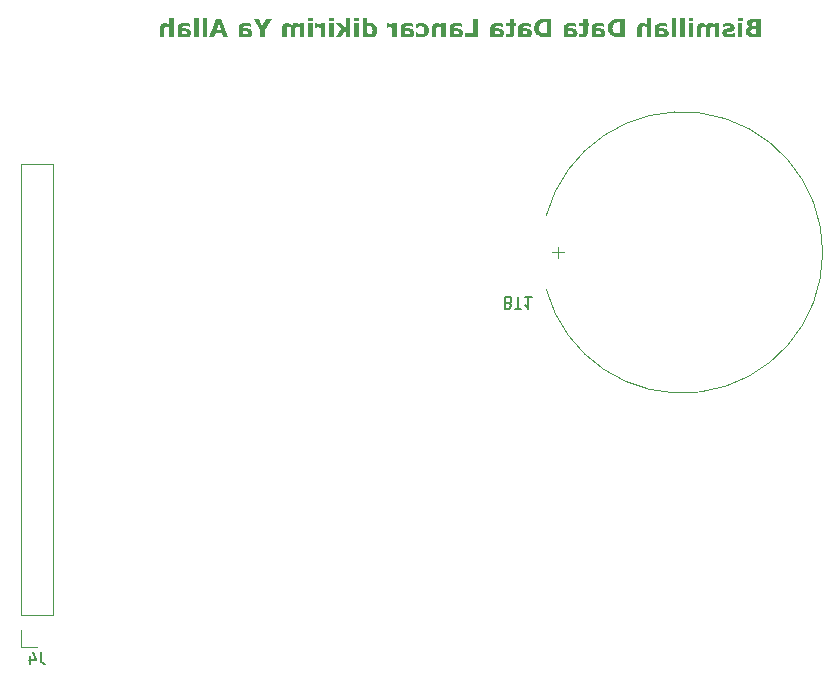
<source format=gbr>
%TF.GenerationSoftware,KiCad,Pcbnew,9.0.2*%
%TF.CreationDate,2025-06-04T00:32:51+07:00*%
%TF.ProjectId,Telemetry V.3 BM13 EVO Hy,54656c65-6d65-4747-9279-20562e332042,rev?*%
%TF.SameCoordinates,Original*%
%TF.FileFunction,Legend,Bot*%
%TF.FilePolarity,Positive*%
%FSLAX46Y46*%
G04 Gerber Fmt 4.6, Leading zero omitted, Abs format (unit mm)*
G04 Created by KiCad (PCBNEW 9.0.2) date 2025-06-04 00:32:51*
%MOMM*%
%LPD*%
G01*
G04 APERTURE LIST*
%ADD10C,0.300000*%
%ADD11C,0.150000*%
%ADD12C,0.120000*%
G04 APERTURE END LIST*
D10*
G36*
X118305277Y-49745000D02*
G01*
X117639227Y-49745000D01*
X117480607Y-49737088D01*
X117365186Y-49716423D01*
X117261599Y-49678173D01*
X117166892Y-49620436D01*
X117097370Y-49555963D01*
X117044434Y-49476546D01*
X117020010Y-49417194D01*
X117005006Y-49351898D01*
X116999829Y-49279534D01*
X117000268Y-49275412D01*
X117407684Y-49275412D01*
X117413647Y-49328451D01*
X117430765Y-49373506D01*
X117461645Y-49410427D01*
X117515304Y-49441741D01*
X117577862Y-49461152D01*
X117647470Y-49468486D01*
X117885240Y-49469494D01*
X117913908Y-49469494D01*
X117913908Y-49088475D01*
X117827813Y-49088475D01*
X117658736Y-49089482D01*
X117582177Y-49094089D01*
X117531699Y-49103862D01*
X117471586Y-49129842D01*
X117435894Y-49162938D01*
X117415510Y-49207862D01*
X117407684Y-49275412D01*
X117000268Y-49275412D01*
X117010272Y-49181572D01*
X117039755Y-49101176D01*
X117087482Y-49034528D01*
X117150855Y-48980863D01*
X117228949Y-48939888D01*
X117324703Y-48911979D01*
X117324703Y-48903736D01*
X117257561Y-48867128D01*
X117203106Y-48823236D01*
X117159747Y-48771844D01*
X117127521Y-48713021D01*
X117108722Y-48650669D01*
X117504038Y-48650669D01*
X117508332Y-48698735D01*
X117520433Y-48738780D01*
X117544494Y-48771852D01*
X117590134Y-48800696D01*
X117631905Y-48814165D01*
X117693632Y-48821578D01*
X117852451Y-48824692D01*
X117913908Y-48824692D01*
X117913908Y-48496430D01*
X117876997Y-48496430D01*
X117697204Y-48497987D01*
X117636134Y-48503721D01*
X117590134Y-48516214D01*
X117548463Y-48540624D01*
X117522998Y-48573550D01*
X117508652Y-48612625D01*
X117504038Y-48650669D01*
X117108722Y-48650669D01*
X117108012Y-48648314D01*
X117101312Y-48576206D01*
X117112249Y-48484823D01*
X117143902Y-48406304D01*
X117176477Y-48360823D01*
X117219164Y-48321389D01*
X117273412Y-48287694D01*
X117358733Y-48252747D01*
X117443039Y-48233289D01*
X117541025Y-48224614D01*
X117713049Y-48220924D01*
X118305277Y-48220924D01*
X118305277Y-49745000D01*
G37*
G36*
X116358142Y-49745000D02*
G01*
X116726980Y-49745000D01*
X116726980Y-48596081D01*
X116358142Y-48596081D01*
X116358142Y-49745000D01*
G37*
G36*
X116347884Y-48431950D02*
G01*
X116737238Y-48431950D01*
X116737238Y-48150582D01*
X116347884Y-48150582D01*
X116347884Y-48431950D01*
G37*
G36*
X115010288Y-49382024D02*
G01*
X115020262Y-49467115D01*
X115049391Y-49542107D01*
X115098334Y-49609496D01*
X115170115Y-49670628D01*
X115251350Y-49715887D01*
X115349193Y-49750150D01*
X115466747Y-49772241D01*
X115607645Y-49780170D01*
X115757424Y-49772712D01*
X115886357Y-49751686D01*
X116004685Y-49719889D01*
X116087216Y-49688579D01*
X116087216Y-49387428D01*
X116053419Y-49387428D01*
X115989397Y-49427453D01*
X115886357Y-49474165D01*
X115756297Y-49512267D01*
X115681984Y-49524044D01*
X115600501Y-49528112D01*
X115499217Y-49521368D01*
X115439667Y-49505214D01*
X115409255Y-49486315D01*
X115392809Y-49464142D01*
X115387369Y-49437528D01*
X115395393Y-49400473D01*
X115418143Y-49376345D01*
X115456222Y-49359766D01*
X115534922Y-49339801D01*
X115646113Y-49319742D01*
X115773700Y-49293456D01*
X115874545Y-49258588D01*
X115950470Y-49215610D01*
X116006250Y-49165411D01*
X116047877Y-49103677D01*
X116073243Y-49032347D01*
X116082087Y-48948798D01*
X116072524Y-48870001D01*
X116044267Y-48798806D01*
X115996166Y-48733044D01*
X115924825Y-48671552D01*
X115844703Y-48625734D01*
X115748456Y-48591146D01*
X115633068Y-48568889D01*
X115494988Y-48560910D01*
X115367596Y-48567583D01*
X115247509Y-48587197D01*
X115136124Y-48616215D01*
X115062587Y-48643342D01*
X115062587Y-48936067D01*
X115094369Y-48936067D01*
X115180783Y-48887196D01*
X115281398Y-48847224D01*
X115387353Y-48821480D01*
X115493981Y-48812969D01*
X115579103Y-48819291D01*
X115644098Y-48836325D01*
X115680456Y-48855981D01*
X115699103Y-48877746D01*
X115705006Y-48902545D01*
X115697797Y-48939451D01*
X115677346Y-48965285D01*
X115639695Y-48983884D01*
X115547195Y-49008516D01*
X115425837Y-49030681D01*
X115295136Y-49057883D01*
X115201611Y-49090334D01*
X115131394Y-49130570D01*
X115079989Y-49177776D01*
X115041812Y-49235707D01*
X115018454Y-49302960D01*
X115010288Y-49382024D01*
G37*
G36*
X113639628Y-48928557D02*
G01*
X113639628Y-49745000D01*
X114010572Y-49745000D01*
X114010572Y-49169624D01*
X114014693Y-49026559D01*
X114022928Y-48970836D01*
X114037225Y-48930663D01*
X114060409Y-48898733D01*
X114093095Y-48876808D01*
X114134583Y-48864682D01*
X114198150Y-48859863D01*
X114251517Y-48865347D01*
X114303663Y-48881937D01*
X114395895Y-48928557D01*
X114395895Y-49745000D01*
X114764733Y-49745000D01*
X114764733Y-48596081D01*
X114395895Y-48596081D01*
X114395895Y-48719912D01*
X114299902Y-48651481D01*
X114213446Y-48602950D01*
X114122769Y-48571646D01*
X114020830Y-48560910D01*
X113946381Y-48566815D01*
X113879889Y-48583897D01*
X113819971Y-48611743D01*
X113766693Y-48650367D01*
X113721421Y-48699670D01*
X113683683Y-48761037D01*
X113571624Y-48675637D01*
X113468536Y-48614308D01*
X113397396Y-48583985D01*
X113329377Y-48566565D01*
X113263555Y-48560910D01*
X113171221Y-48568727D01*
X113095166Y-48590611D01*
X113032265Y-48625242D01*
X112980264Y-48672743D01*
X112940134Y-48730702D01*
X112909948Y-48801807D01*
X112890475Y-48888778D01*
X112883452Y-48994960D01*
X112883452Y-49745000D01*
X113254396Y-49745000D01*
X113254396Y-49169624D01*
X113257968Y-49026010D01*
X113265785Y-48970785D01*
X113280041Y-48930663D01*
X113302511Y-48898804D01*
X113335362Y-48876808D01*
X113377434Y-48864683D01*
X113441883Y-48859863D01*
X113487358Y-48863832D01*
X113532008Y-48875800D01*
X113639628Y-48928557D01*
G37*
G36*
X112174262Y-49745000D02*
G01*
X112543100Y-49745000D01*
X112543100Y-48596081D01*
X112174262Y-48596081D01*
X112174262Y-49745000D01*
G37*
G36*
X112164004Y-48431950D02*
G01*
X112553358Y-48431950D01*
X112553358Y-48150582D01*
X112164004Y-48150582D01*
X112164004Y-48431950D01*
G37*
G36*
X111457654Y-49745000D02*
G01*
X111826491Y-49745000D01*
X111826491Y-48150582D01*
X111457654Y-48150582D01*
X111457654Y-49745000D01*
G37*
G36*
X110741045Y-49745000D02*
G01*
X111109883Y-49745000D01*
X111109883Y-48150582D01*
X110741045Y-48150582D01*
X110741045Y-49745000D01*
G37*
G36*
X110056878Y-48566142D02*
G01*
X110188843Y-48581885D01*
X110378894Y-48618155D01*
X110378894Y-48895034D01*
X110345097Y-48895034D01*
X110196536Y-48845300D01*
X110093983Y-48820703D01*
X110001814Y-48812969D01*
X109900318Y-48817928D01*
X109825748Y-48830938D01*
X109772287Y-48849697D01*
X109729313Y-48880485D01*
X109703672Y-48923395D01*
X109694434Y-48982595D01*
X109694434Y-48988824D01*
X109855884Y-49000784D01*
X110009050Y-49017675D01*
X110153536Y-49045309D01*
X110263123Y-49083620D01*
X110328443Y-49119328D01*
X110381215Y-49161536D01*
X110423041Y-49210382D01*
X110453319Y-49266534D01*
X110472504Y-49334621D01*
X110479370Y-49417470D01*
X110472162Y-49494763D01*
X110451329Y-49562847D01*
X110417157Y-49623551D01*
X110368728Y-49678138D01*
X110310550Y-49722484D01*
X110246263Y-49754100D01*
X110174663Y-49773470D01*
X110094138Y-49780170D01*
X110026039Y-49776673D01*
X109966093Y-49766707D01*
X109908700Y-49750201D01*
X109853345Y-49727597D01*
X109770363Y-49677405D01*
X109696541Y-49623092D01*
X109696541Y-49745000D01*
X109330726Y-49745000D01*
X109330726Y-49445955D01*
X109696541Y-49445955D01*
X109742588Y-49479089D01*
X109796467Y-49505580D01*
X109853569Y-49522615D01*
X109908574Y-49528112D01*
X109973657Y-49525220D01*
X110011065Y-49518403D01*
X110041858Y-49505753D01*
X110067393Y-49488087D01*
X110088023Y-49466167D01*
X110098168Y-49444947D01*
X110104304Y-49386420D01*
X110096609Y-49336127D01*
X110075087Y-49298676D01*
X110040783Y-49270127D01*
X109990548Y-49247843D01*
X109940060Y-49235339D01*
X109858474Y-49222656D01*
X109696541Y-49205711D01*
X109696541Y-49445955D01*
X109330726Y-49445955D01*
X109330726Y-48961713D01*
X109340449Y-48860174D01*
X109367578Y-48778167D01*
X109410679Y-48711601D01*
X109470586Y-48657814D01*
X109540878Y-48619739D01*
X109635711Y-48589287D01*
X109761329Y-48568631D01*
X109924969Y-48560910D01*
X110056878Y-48566142D01*
G37*
G36*
X107835044Y-49745000D02*
G01*
X108205896Y-49745000D01*
X108205896Y-49173746D01*
X108213132Y-49034711D01*
X108223878Y-48970406D01*
X108237678Y-48932678D01*
X108262932Y-48899891D01*
X108297670Y-48877357D01*
X108341298Y-48864831D01*
X108407763Y-48859863D01*
X108457938Y-48863886D01*
X108509795Y-48876258D01*
X108561809Y-48896644D01*
X108621994Y-48928557D01*
X108621994Y-49745000D01*
X108990832Y-49745000D01*
X108990832Y-48150582D01*
X108621994Y-48150582D01*
X108621994Y-48719912D01*
X108522747Y-48650210D01*
X108432950Y-48601943D01*
X108338594Y-48571437D01*
X108231633Y-48560910D01*
X108139198Y-48568427D01*
X108061467Y-48589631D01*
X107995764Y-48623373D01*
X107940099Y-48669720D01*
X107896570Y-48726696D01*
X107863864Y-48797720D01*
X107842709Y-48885852D01*
X107835044Y-48994960D01*
X107835044Y-49745000D01*
G37*
G36*
X106758941Y-49745000D02*
G01*
X106221026Y-49745000D01*
X106044826Y-49737831D01*
X105905495Y-49718438D01*
X105777035Y-49681319D01*
X105660580Y-49624191D01*
X105568661Y-49556729D01*
X105486854Y-49471322D01*
X105414658Y-49365812D01*
X105361104Y-49250091D01*
X105328493Y-49123775D01*
X105317297Y-48984519D01*
X105317486Y-48981954D01*
X105724053Y-48981954D01*
X105730200Y-49081549D01*
X105747393Y-49165078D01*
X105774245Y-49235112D01*
X105813608Y-49298184D01*
X105865694Y-49352479D01*
X105932056Y-49398694D01*
X105995765Y-49427255D01*
X106060101Y-49445039D01*
X106135049Y-49453973D01*
X106266089Y-49457770D01*
X106365465Y-49457770D01*
X106365465Y-48508154D01*
X106266089Y-48508154D01*
X106147087Y-48511308D01*
X106076038Y-48518870D01*
X106014044Y-48534157D01*
X105952573Y-48559078D01*
X105879048Y-48605429D01*
X105821834Y-48660774D01*
X105778916Y-48725774D01*
X105749312Y-48798678D01*
X105730646Y-48883338D01*
X105724053Y-48981954D01*
X105317486Y-48981954D01*
X105327998Y-48839437D01*
X105358644Y-48712309D01*
X105407972Y-48600203D01*
X105476192Y-48498395D01*
X105558648Y-48412313D01*
X105656459Y-48340634D01*
X105755849Y-48291304D01*
X105883971Y-48252157D01*
X106025707Y-48229355D01*
X106205639Y-48220924D01*
X106758941Y-48220924D01*
X106758941Y-49745000D01*
G37*
G36*
X104700633Y-48566142D02*
G01*
X104832597Y-48581885D01*
X105022649Y-48618155D01*
X105022649Y-48895034D01*
X104988852Y-48895034D01*
X104840291Y-48845300D01*
X104737737Y-48820703D01*
X104645568Y-48812969D01*
X104544072Y-48817928D01*
X104469502Y-48830938D01*
X104416041Y-48849697D01*
X104373068Y-48880485D01*
X104347426Y-48923395D01*
X104338189Y-48982595D01*
X104338189Y-48988824D01*
X104499638Y-49000784D01*
X104652804Y-49017675D01*
X104797290Y-49045309D01*
X104906878Y-49083620D01*
X104972197Y-49119328D01*
X105024969Y-49161536D01*
X105066796Y-49210382D01*
X105097073Y-49266534D01*
X105116259Y-49334621D01*
X105123124Y-49417470D01*
X105115916Y-49494763D01*
X105095083Y-49562847D01*
X105060912Y-49623551D01*
X105012482Y-49678138D01*
X104954304Y-49722484D01*
X104890018Y-49754100D01*
X104818418Y-49773470D01*
X104737892Y-49780170D01*
X104669794Y-49776673D01*
X104609848Y-49766707D01*
X104552454Y-49750201D01*
X104497099Y-49727597D01*
X104414118Y-49677405D01*
X104340295Y-49623092D01*
X104340295Y-49745000D01*
X103974480Y-49745000D01*
X103974480Y-49445955D01*
X104340295Y-49445955D01*
X104386342Y-49479089D01*
X104440221Y-49505580D01*
X104497323Y-49522615D01*
X104552329Y-49528112D01*
X104617412Y-49525220D01*
X104654819Y-49518403D01*
X104685612Y-49505753D01*
X104711147Y-49488087D01*
X104731777Y-49466167D01*
X104741922Y-49444947D01*
X104748059Y-49386420D01*
X104740363Y-49336127D01*
X104718841Y-49298676D01*
X104684537Y-49270127D01*
X104634303Y-49247843D01*
X104583814Y-49235339D01*
X104502228Y-49222656D01*
X104340295Y-49205711D01*
X104340295Y-49445955D01*
X103974480Y-49445955D01*
X103974480Y-48961713D01*
X103984204Y-48860174D01*
X104011332Y-48778167D01*
X104054434Y-48711601D01*
X104114340Y-48657814D01*
X104184633Y-48619739D01*
X104279465Y-48589287D01*
X104405084Y-48568631D01*
X104568723Y-48560910D01*
X104700633Y-48566142D01*
G37*
G36*
X102898835Y-49735474D02*
G01*
X103024864Y-49759654D01*
X103187805Y-49768447D01*
X103297666Y-49761899D01*
X103385041Y-49744026D01*
X103454020Y-49716883D01*
X103508007Y-49681618D01*
X103550995Y-49634827D01*
X103583619Y-49572533D01*
X103605115Y-49490790D01*
X103613062Y-49384405D01*
X103613062Y-48848140D01*
X103764737Y-48848140D01*
X103764737Y-48596081D01*
X103613062Y-48596081D01*
X103613062Y-48267819D01*
X103244225Y-48267819D01*
X103244225Y-48596081D01*
X102898835Y-48596081D01*
X102898835Y-48848140D01*
X103244225Y-48848140D01*
X103244225Y-49253613D01*
X103243217Y-49358485D01*
X103238470Y-49401712D01*
X103226823Y-49438994D01*
X103207227Y-49470623D01*
X103176081Y-49495505D01*
X103134930Y-49510438D01*
X103070019Y-49516388D01*
X102994639Y-49504023D01*
X102929610Y-49481217D01*
X102898835Y-49481217D01*
X102898835Y-49735474D01*
G37*
G36*
X102342712Y-48566142D02*
G01*
X102474677Y-48581885D01*
X102664728Y-48618155D01*
X102664728Y-48895034D01*
X102630931Y-48895034D01*
X102482370Y-48845300D01*
X102379817Y-48820703D01*
X102287648Y-48812969D01*
X102186152Y-48817928D01*
X102111581Y-48830938D01*
X102058121Y-48849697D01*
X102015147Y-48880485D01*
X101989506Y-48923395D01*
X101980268Y-48982595D01*
X101980268Y-48988824D01*
X102141718Y-49000784D01*
X102294883Y-49017675D01*
X102439370Y-49045309D01*
X102548957Y-49083620D01*
X102614277Y-49119328D01*
X102667049Y-49161536D01*
X102708875Y-49210382D01*
X102739152Y-49266534D01*
X102758338Y-49334621D01*
X102765204Y-49417470D01*
X102757996Y-49494763D01*
X102737163Y-49562847D01*
X102702991Y-49623551D01*
X102654562Y-49678138D01*
X102596384Y-49722484D01*
X102532097Y-49754100D01*
X102460497Y-49773470D01*
X102379972Y-49780170D01*
X102311873Y-49776673D01*
X102251927Y-49766707D01*
X102194534Y-49750201D01*
X102139179Y-49727597D01*
X102056197Y-49677405D01*
X101982375Y-49623092D01*
X101982375Y-49745000D01*
X101616560Y-49745000D01*
X101616560Y-49445955D01*
X101982375Y-49445955D01*
X102028422Y-49479089D01*
X102082301Y-49505580D01*
X102139403Y-49522615D01*
X102194408Y-49528112D01*
X102259491Y-49525220D01*
X102296898Y-49518403D01*
X102327692Y-49505753D01*
X102353227Y-49488087D01*
X102373857Y-49466167D01*
X102384002Y-49444947D01*
X102390138Y-49386420D01*
X102382443Y-49336127D01*
X102360921Y-49298676D01*
X102326617Y-49270127D01*
X102276382Y-49247843D01*
X102225894Y-49235339D01*
X102144308Y-49222656D01*
X101982375Y-49205711D01*
X101982375Y-49445955D01*
X101616560Y-49445955D01*
X101616560Y-48961713D01*
X101626283Y-48860174D01*
X101653412Y-48778167D01*
X101696513Y-48711601D01*
X101756420Y-48657814D01*
X101826712Y-48619739D01*
X101921544Y-48589287D01*
X102047163Y-48568631D01*
X102210803Y-48560910D01*
X102342712Y-48566142D01*
G37*
G36*
X100539541Y-49745000D02*
G01*
X100001626Y-49745000D01*
X99825426Y-49737831D01*
X99686095Y-49718438D01*
X99557635Y-49681319D01*
X99441181Y-49624191D01*
X99349262Y-49556729D01*
X99267455Y-49471322D01*
X99195259Y-49365812D01*
X99141704Y-49250091D01*
X99109093Y-49123775D01*
X99097897Y-48984519D01*
X99098086Y-48981954D01*
X99504653Y-48981954D01*
X99510800Y-49081549D01*
X99527993Y-49165078D01*
X99554845Y-49235112D01*
X99594208Y-49298184D01*
X99646294Y-49352479D01*
X99712657Y-49398694D01*
X99776365Y-49427255D01*
X99840701Y-49445039D01*
X99915649Y-49453973D01*
X100046689Y-49457770D01*
X100146065Y-49457770D01*
X100146065Y-48508154D01*
X100046689Y-48508154D01*
X99927687Y-48511308D01*
X99856638Y-48518870D01*
X99794644Y-48534157D01*
X99733173Y-48559078D01*
X99659648Y-48605429D01*
X99602434Y-48660774D01*
X99559516Y-48725774D01*
X99529913Y-48798678D01*
X99511246Y-48883338D01*
X99504653Y-48981954D01*
X99098086Y-48981954D01*
X99108599Y-48839437D01*
X99139244Y-48712309D01*
X99188572Y-48600203D01*
X99256792Y-48498395D01*
X99339249Y-48412313D01*
X99437059Y-48340634D01*
X99536450Y-48291304D01*
X99664571Y-48252157D01*
X99806307Y-48229355D01*
X99986239Y-48220924D01*
X100539541Y-48220924D01*
X100539541Y-49745000D01*
G37*
G36*
X98481233Y-48566142D02*
G01*
X98613197Y-48581885D01*
X98803249Y-48618155D01*
X98803249Y-48895034D01*
X98769452Y-48895034D01*
X98620891Y-48845300D01*
X98518338Y-48820703D01*
X98426168Y-48812969D01*
X98324672Y-48817928D01*
X98250102Y-48830938D01*
X98196641Y-48849697D01*
X98153668Y-48880485D01*
X98128026Y-48923395D01*
X98118789Y-48982595D01*
X98118789Y-48988824D01*
X98280239Y-49000784D01*
X98433404Y-49017675D01*
X98577891Y-49045309D01*
X98687478Y-49083620D01*
X98752797Y-49119328D01*
X98805569Y-49161536D01*
X98847396Y-49210382D01*
X98877673Y-49266534D01*
X98896859Y-49334621D01*
X98903724Y-49417470D01*
X98896516Y-49494763D01*
X98875684Y-49562847D01*
X98841512Y-49623551D01*
X98793082Y-49678138D01*
X98734904Y-49722484D01*
X98670618Y-49754100D01*
X98599018Y-49773470D01*
X98518492Y-49780170D01*
X98450394Y-49776673D01*
X98390448Y-49766707D01*
X98333054Y-49750201D01*
X98277699Y-49727597D01*
X98194718Y-49677405D01*
X98120895Y-49623092D01*
X98120895Y-49745000D01*
X97755081Y-49745000D01*
X97755081Y-49445955D01*
X98120895Y-49445955D01*
X98166943Y-49479089D01*
X98220821Y-49505580D01*
X98277923Y-49522615D01*
X98332929Y-49528112D01*
X98398012Y-49525220D01*
X98435419Y-49518403D01*
X98466212Y-49505753D01*
X98491748Y-49488087D01*
X98512377Y-49466167D01*
X98522522Y-49444947D01*
X98528659Y-49386420D01*
X98520963Y-49336127D01*
X98499441Y-49298676D01*
X98465137Y-49270127D01*
X98414903Y-49247843D01*
X98364414Y-49235339D01*
X98282828Y-49222656D01*
X98120895Y-49205711D01*
X98120895Y-49445955D01*
X97755081Y-49445955D01*
X97755081Y-48961713D01*
X97764804Y-48860174D01*
X97791932Y-48778167D01*
X97835034Y-48711601D01*
X97894940Y-48657814D01*
X97965233Y-48619739D01*
X98060065Y-48589287D01*
X98185684Y-48568631D01*
X98349323Y-48560910D01*
X98481233Y-48566142D01*
G37*
G36*
X96679435Y-49735474D02*
G01*
X96805464Y-49759654D01*
X96968405Y-49768447D01*
X97078266Y-49761899D01*
X97165641Y-49744026D01*
X97234620Y-49716883D01*
X97288607Y-49681618D01*
X97331595Y-49634827D01*
X97364219Y-49572533D01*
X97385715Y-49490790D01*
X97393662Y-49384405D01*
X97393662Y-48848140D01*
X97545337Y-48848140D01*
X97545337Y-48596081D01*
X97393662Y-48596081D01*
X97393662Y-48267819D01*
X97024825Y-48267819D01*
X97024825Y-48596081D01*
X96679435Y-48596081D01*
X96679435Y-48848140D01*
X97024825Y-48848140D01*
X97024825Y-49253613D01*
X97023818Y-49358485D01*
X97019070Y-49401712D01*
X97007423Y-49438994D01*
X96987827Y-49470623D01*
X96956681Y-49495505D01*
X96915530Y-49510438D01*
X96850619Y-49516388D01*
X96775239Y-49504023D01*
X96710210Y-49481217D01*
X96679435Y-49481217D01*
X96679435Y-49735474D01*
G37*
G36*
X96123312Y-48566142D02*
G01*
X96255277Y-48581885D01*
X96445328Y-48618155D01*
X96445328Y-48895034D01*
X96411531Y-48895034D01*
X96262971Y-48845300D01*
X96160417Y-48820703D01*
X96068248Y-48812969D01*
X95966752Y-48817928D01*
X95892182Y-48830938D01*
X95838721Y-48849697D01*
X95795747Y-48880485D01*
X95770106Y-48923395D01*
X95760868Y-48982595D01*
X95760868Y-48988824D01*
X95922318Y-49000784D01*
X96075484Y-49017675D01*
X96219970Y-49045309D01*
X96329557Y-49083620D01*
X96394877Y-49119328D01*
X96447649Y-49161536D01*
X96489475Y-49210382D01*
X96519753Y-49266534D01*
X96538938Y-49334621D01*
X96545804Y-49417470D01*
X96538596Y-49494763D01*
X96517763Y-49562847D01*
X96483591Y-49623551D01*
X96435162Y-49678138D01*
X96376984Y-49722484D01*
X96312697Y-49754100D01*
X96241097Y-49773470D01*
X96160572Y-49780170D01*
X96092473Y-49776673D01*
X96032527Y-49766707D01*
X95975134Y-49750201D01*
X95919779Y-49727597D01*
X95836797Y-49677405D01*
X95762975Y-49623092D01*
X95762975Y-49745000D01*
X95397160Y-49745000D01*
X95397160Y-49445955D01*
X95762975Y-49445955D01*
X95809022Y-49479089D01*
X95862901Y-49505580D01*
X95920003Y-49522615D01*
X95975008Y-49528112D01*
X96040091Y-49525220D01*
X96077499Y-49518403D01*
X96108292Y-49505753D01*
X96133827Y-49488087D01*
X96154457Y-49466167D01*
X96164602Y-49444947D01*
X96170738Y-49386420D01*
X96163043Y-49336127D01*
X96141521Y-49298676D01*
X96107217Y-49270127D01*
X96056982Y-49247843D01*
X96006494Y-49235339D01*
X95924908Y-49222656D01*
X95762975Y-49205711D01*
X95762975Y-49445955D01*
X95397160Y-49445955D01*
X95397160Y-48961713D01*
X95406883Y-48860174D01*
X95434012Y-48778167D01*
X95477114Y-48711601D01*
X95537020Y-48657814D01*
X95607312Y-48619739D01*
X95702145Y-48589287D01*
X95827763Y-48568631D01*
X95991403Y-48560910D01*
X96123312Y-48566142D01*
G37*
G36*
X93219674Y-49745000D02*
G01*
X94320141Y-49745000D01*
X94320141Y-48220924D01*
X93926666Y-48220924D01*
X93926666Y-49451908D01*
X93219674Y-49451908D01*
X93219674Y-49745000D01*
G37*
G36*
X92666299Y-48566142D02*
G01*
X92798264Y-48581885D01*
X92988315Y-48618155D01*
X92988315Y-48895034D01*
X92954518Y-48895034D01*
X92805957Y-48845300D01*
X92703404Y-48820703D01*
X92611235Y-48812969D01*
X92509739Y-48817928D01*
X92435168Y-48830938D01*
X92381707Y-48849697D01*
X92338734Y-48880485D01*
X92313092Y-48923395D01*
X92303855Y-48982595D01*
X92303855Y-48988824D01*
X92465305Y-49000784D01*
X92618470Y-49017675D01*
X92762957Y-49045309D01*
X92872544Y-49083620D01*
X92937864Y-49119328D01*
X92990635Y-49161536D01*
X93032462Y-49210382D01*
X93062739Y-49266534D01*
X93081925Y-49334621D01*
X93088790Y-49417470D01*
X93081582Y-49494763D01*
X93060750Y-49562847D01*
X93026578Y-49623551D01*
X92978148Y-49678138D01*
X92919971Y-49722484D01*
X92855684Y-49754100D01*
X92784084Y-49773470D01*
X92703558Y-49780170D01*
X92635460Y-49776673D01*
X92575514Y-49766707D01*
X92518120Y-49750201D01*
X92462766Y-49727597D01*
X92379784Y-49677405D01*
X92305962Y-49623092D01*
X92305962Y-49745000D01*
X91940147Y-49745000D01*
X91940147Y-49445955D01*
X92305962Y-49445955D01*
X92352009Y-49479089D01*
X92405887Y-49505580D01*
X92462989Y-49522615D01*
X92517995Y-49528112D01*
X92583078Y-49525220D01*
X92620485Y-49518403D01*
X92651279Y-49505753D01*
X92676814Y-49488087D01*
X92697444Y-49466167D01*
X92707588Y-49444947D01*
X92713725Y-49386420D01*
X92706030Y-49336127D01*
X92684508Y-49298676D01*
X92650204Y-49270127D01*
X92599969Y-49247843D01*
X92549481Y-49235339D01*
X92467895Y-49222656D01*
X92305962Y-49205711D01*
X92305962Y-49445955D01*
X91940147Y-49445955D01*
X91940147Y-48961713D01*
X91949870Y-48860174D01*
X91976999Y-48778167D01*
X92020100Y-48711601D01*
X92080006Y-48657814D01*
X92150299Y-48619739D01*
X92245131Y-48589287D01*
X92370750Y-48568631D01*
X92534390Y-48560910D01*
X92666299Y-48566142D01*
G37*
G36*
X90444465Y-49745000D02*
G01*
X90815317Y-49745000D01*
X90815317Y-49173746D01*
X90822553Y-49034711D01*
X90833299Y-48970406D01*
X90847099Y-48932678D01*
X90872353Y-48899891D01*
X90907091Y-48877357D01*
X90950718Y-48864831D01*
X91017184Y-48859863D01*
X91067359Y-48863886D01*
X91119216Y-48876258D01*
X91171229Y-48896644D01*
X91231415Y-48928557D01*
X91231415Y-49745000D01*
X91600252Y-49745000D01*
X91600252Y-48596081D01*
X91231415Y-48596081D01*
X91231415Y-48719912D01*
X91132168Y-48650210D01*
X91042371Y-48601943D01*
X90948015Y-48571437D01*
X90841054Y-48560910D01*
X90748619Y-48568427D01*
X90670888Y-48589631D01*
X90605185Y-48623373D01*
X90549520Y-48669720D01*
X90505991Y-48726696D01*
X90473285Y-48797720D01*
X90452130Y-48885852D01*
X90444465Y-48994960D01*
X90444465Y-49745000D01*
G37*
G36*
X89506023Y-49780170D02*
G01*
X89652745Y-49770827D01*
X89781162Y-49744175D01*
X89861726Y-49715267D01*
X89933650Y-49678161D01*
X89997867Y-49632892D01*
X90053766Y-49578822D01*
X90100800Y-49515981D01*
X90139283Y-49443390D01*
X90166424Y-49365642D01*
X90183486Y-49276997D01*
X90189475Y-49175669D01*
X90183015Y-49068925D01*
X90164705Y-48976637D01*
X90135711Y-48896683D01*
X90094673Y-48822214D01*
X90044758Y-48757624D01*
X89985594Y-48701960D01*
X89920887Y-48657953D01*
X89849439Y-48622269D01*
X89770446Y-48594890D01*
X89646690Y-48569477D01*
X89517288Y-48560910D01*
X89402222Y-48567499D01*
X89300126Y-48586372D01*
X89203227Y-48615960D01*
X89114654Y-48652593D01*
X89114654Y-48965376D01*
X89166953Y-48965376D01*
X89218702Y-48924985D01*
X89292982Y-48879647D01*
X89385214Y-48844568D01*
X89437642Y-48834285D01*
X89501993Y-48830554D01*
X89574701Y-48836942D01*
X89635329Y-48854945D01*
X89686200Y-48883674D01*
X89728955Y-48923428D01*
X89771611Y-48989593D01*
X89798627Y-49072171D01*
X89808365Y-49175578D01*
X89798125Y-49282232D01*
X89770247Y-49363508D01*
X89726940Y-49425255D01*
X89667471Y-49471282D01*
X89592021Y-49500127D01*
X89495856Y-49510526D01*
X89428136Y-49506541D01*
X89370376Y-49495322D01*
X89317325Y-49477925D01*
X89277595Y-49459327D01*
X89216137Y-49418019D01*
X89166953Y-49375704D01*
X89114654Y-49375704D01*
X89114654Y-49690869D01*
X89203510Y-49727605D01*
X89296554Y-49755990D01*
X89394140Y-49773876D01*
X89506023Y-49780170D01*
G37*
G36*
X88533710Y-48566142D02*
G01*
X88665675Y-48581885D01*
X88855726Y-48618155D01*
X88855726Y-48895034D01*
X88821929Y-48895034D01*
X88673368Y-48845300D01*
X88570815Y-48820703D01*
X88478646Y-48812969D01*
X88377150Y-48817928D01*
X88302579Y-48830938D01*
X88249118Y-48849697D01*
X88206145Y-48880485D01*
X88180503Y-48923395D01*
X88171266Y-48982595D01*
X88171266Y-48988824D01*
X88332716Y-49000784D01*
X88485881Y-49017675D01*
X88630368Y-49045309D01*
X88739955Y-49083620D01*
X88805275Y-49119328D01*
X88858047Y-49161536D01*
X88899873Y-49210382D01*
X88930150Y-49266534D01*
X88949336Y-49334621D01*
X88956202Y-49417470D01*
X88948993Y-49494763D01*
X88928161Y-49562847D01*
X88893989Y-49623551D01*
X88845560Y-49678138D01*
X88787382Y-49722484D01*
X88723095Y-49754100D01*
X88651495Y-49773470D01*
X88570969Y-49780170D01*
X88502871Y-49776673D01*
X88442925Y-49766707D01*
X88385531Y-49750201D01*
X88330177Y-49727597D01*
X88247195Y-49677405D01*
X88173373Y-49623092D01*
X88173373Y-49745000D01*
X87807558Y-49745000D01*
X87807558Y-49445955D01*
X88173373Y-49445955D01*
X88219420Y-49479089D01*
X88273299Y-49505580D01*
X88330401Y-49522615D01*
X88385406Y-49528112D01*
X88450489Y-49525220D01*
X88487896Y-49518403D01*
X88518690Y-49505753D01*
X88544225Y-49488087D01*
X88564855Y-49466167D01*
X88575000Y-49444947D01*
X88581136Y-49386420D01*
X88573441Y-49336127D01*
X88551919Y-49298676D01*
X88517615Y-49270127D01*
X88467380Y-49247843D01*
X88416892Y-49235339D01*
X88335306Y-49222656D01*
X88173373Y-49205711D01*
X88173373Y-49445955D01*
X87807558Y-49445955D01*
X87807558Y-48961713D01*
X87817281Y-48860174D01*
X87844410Y-48778167D01*
X87887511Y-48711601D01*
X87947418Y-48657814D01*
X88017710Y-48619739D01*
X88112542Y-48589287D01*
X88238161Y-48568631D01*
X88401801Y-48560910D01*
X88533710Y-48566142D01*
G37*
G36*
X86633544Y-48953653D02*
G01*
X86666333Y-48953653D01*
X86742171Y-48940464D01*
X86829274Y-48936067D01*
X86905929Y-48938782D01*
X86968675Y-48946234D01*
X87029847Y-48959529D01*
X87098826Y-48980764D01*
X87098826Y-49745000D01*
X87467663Y-49745000D01*
X87467663Y-48596081D01*
X87098826Y-48596081D01*
X87098826Y-48765158D01*
X87014170Y-48698608D01*
X86944297Y-48654614D01*
X86886701Y-48628413D01*
X86797588Y-48603686D01*
X86720647Y-48596081D01*
X86676591Y-48597180D01*
X86633544Y-48600203D01*
X86633544Y-48953653D01*
G37*
G36*
X84957610Y-48638763D02*
G01*
X85093440Y-48582984D01*
X85164415Y-48567024D01*
X85262975Y-48560910D01*
X85361322Y-48571361D01*
X85461728Y-48603592D01*
X85554086Y-48655190D01*
X85630805Y-48723484D01*
X85696023Y-48811638D01*
X85747125Y-48918482D01*
X85770142Y-48995384D01*
X85784579Y-49081848D01*
X85789624Y-49179241D01*
X85780710Y-49317920D01*
X85755676Y-49435010D01*
X85716366Y-49533956D01*
X85663594Y-49617596D01*
X85594655Y-49689281D01*
X85517031Y-49739303D01*
X85428947Y-49769653D01*
X85327547Y-49780170D01*
X85223278Y-49770112D01*
X85135938Y-49741611D01*
X85053287Y-49695412D01*
X84957610Y-49625107D01*
X84957610Y-49745000D01*
X84588681Y-49745000D01*
X84588681Y-48861512D01*
X84957610Y-48861512D01*
X84957610Y-49429743D01*
X85003279Y-49457314D01*
X85057078Y-49479752D01*
X85113007Y-49494241D01*
X85163599Y-49498803D01*
X85246053Y-49489204D01*
X85306746Y-49463135D01*
X85351177Y-49421958D01*
X85381021Y-49367232D01*
X85401603Y-49287691D01*
X85409521Y-49175028D01*
X85400419Y-49069304D01*
X85375480Y-48986546D01*
X85336797Y-48921871D01*
X85297233Y-48882969D01*
X85249005Y-48854740D01*
X85190304Y-48836925D01*
X85118536Y-48830554D01*
X85039584Y-48837790D01*
X84957610Y-48861512D01*
X84588681Y-48861512D01*
X84588681Y-48150582D01*
X84957610Y-48150582D01*
X84957610Y-48638763D01*
G37*
G36*
X83870424Y-49745000D02*
G01*
X84239262Y-49745000D01*
X84239262Y-48596081D01*
X83870424Y-48596081D01*
X83870424Y-49745000D01*
G37*
G36*
X83860166Y-48431950D02*
G01*
X84249520Y-48431950D01*
X84249520Y-48150582D01*
X83860166Y-48150582D01*
X83860166Y-48431950D01*
G37*
G36*
X82301286Y-49745000D02*
G01*
X82730573Y-49745000D01*
X83053340Y-49244729D01*
X83153816Y-49366454D01*
X83153816Y-49745000D01*
X83522653Y-49745000D01*
X83522653Y-48150582D01*
X83153816Y-48150582D01*
X83153816Y-49103496D01*
X82756219Y-48596081D01*
X82330962Y-48596081D01*
X82744953Y-49091222D01*
X82301286Y-49745000D01*
G37*
G36*
X81745512Y-49745000D02*
G01*
X82114349Y-49745000D01*
X82114349Y-48596081D01*
X81745512Y-48596081D01*
X81745512Y-49745000D01*
G37*
G36*
X81735253Y-48431950D02*
G01*
X82124607Y-48431950D01*
X82124607Y-48150582D01*
X81735253Y-48150582D01*
X81735253Y-48431950D01*
G37*
G36*
X80563620Y-48953653D02*
G01*
X80596410Y-48953653D01*
X80672247Y-48940464D01*
X80759351Y-48936067D01*
X80836006Y-48938782D01*
X80898752Y-48946234D01*
X80959924Y-48959529D01*
X81028903Y-48980764D01*
X81028903Y-49745000D01*
X81397740Y-49745000D01*
X81397740Y-48596081D01*
X81028903Y-48596081D01*
X81028903Y-48765158D01*
X80944247Y-48698608D01*
X80874374Y-48654614D01*
X80816778Y-48628413D01*
X80727665Y-48603686D01*
X80650724Y-48596081D01*
X80606668Y-48597180D01*
X80563620Y-48600203D01*
X80563620Y-48953653D01*
G37*
G36*
X79985498Y-49745000D02*
G01*
X80354335Y-49745000D01*
X80354335Y-48596081D01*
X79985498Y-48596081D01*
X79985498Y-49745000D01*
G37*
G36*
X79975239Y-48431950D02*
G01*
X80364593Y-48431950D01*
X80364593Y-48150582D01*
X79975239Y-48150582D01*
X79975239Y-48431950D01*
G37*
G36*
X78512622Y-48928557D02*
G01*
X78512622Y-49745000D01*
X78883565Y-49745000D01*
X78883565Y-49169624D01*
X78887687Y-49026559D01*
X78895922Y-48970836D01*
X78910218Y-48930663D01*
X78933402Y-48898733D01*
X78966089Y-48876808D01*
X79007576Y-48864682D01*
X79071144Y-48859863D01*
X79124511Y-48865347D01*
X79176657Y-48881937D01*
X79268889Y-48928557D01*
X79268889Y-49745000D01*
X79637726Y-49745000D01*
X79637726Y-48596081D01*
X79268889Y-48596081D01*
X79268889Y-48719912D01*
X79172896Y-48651481D01*
X79086440Y-48602950D01*
X78995763Y-48571646D01*
X78893824Y-48560910D01*
X78819375Y-48566815D01*
X78752883Y-48583897D01*
X78692964Y-48611743D01*
X78639687Y-48650367D01*
X78594414Y-48699670D01*
X78556677Y-48761037D01*
X78444618Y-48675637D01*
X78341530Y-48614308D01*
X78270390Y-48583985D01*
X78202370Y-48566565D01*
X78136549Y-48560910D01*
X78044215Y-48568727D01*
X77968159Y-48590611D01*
X77905259Y-48625242D01*
X77853258Y-48672743D01*
X77813127Y-48730702D01*
X77782942Y-48801807D01*
X77763469Y-48888778D01*
X77756446Y-48994960D01*
X77756446Y-49745000D01*
X78127390Y-49745000D01*
X78127390Y-49169624D01*
X78130962Y-49026010D01*
X78138779Y-48970785D01*
X78153035Y-48930663D01*
X78175505Y-48898804D01*
X78208356Y-48876808D01*
X78250427Y-48864683D01*
X78314877Y-48859863D01*
X78360352Y-48863832D01*
X78405002Y-48875800D01*
X78512622Y-48928557D01*
G37*
G36*
X75336701Y-48220924D02*
G01*
X75899254Y-49155428D01*
X75899254Y-49745000D01*
X76292729Y-49745000D01*
X76292729Y-49173838D01*
X76864440Y-48220924D01*
X76417659Y-48220924D01*
X76087748Y-48810496D01*
X75769103Y-48220924D01*
X75336701Y-48220924D01*
G37*
G36*
X74817032Y-48566142D02*
G01*
X74948996Y-48581885D01*
X75139048Y-48618155D01*
X75139048Y-48895034D01*
X75105251Y-48895034D01*
X74956690Y-48845300D01*
X74854137Y-48820703D01*
X74761967Y-48812969D01*
X74660471Y-48817928D01*
X74585901Y-48830938D01*
X74532440Y-48849697D01*
X74489467Y-48880485D01*
X74463825Y-48923395D01*
X74454588Y-48982595D01*
X74454588Y-48988824D01*
X74616038Y-49000784D01*
X74769203Y-49017675D01*
X74913690Y-49045309D01*
X75023277Y-49083620D01*
X75088596Y-49119328D01*
X75141368Y-49161536D01*
X75183195Y-49210382D01*
X75213472Y-49266534D01*
X75232658Y-49334621D01*
X75239523Y-49417470D01*
X75232315Y-49494763D01*
X75211483Y-49562847D01*
X75177311Y-49623551D01*
X75128881Y-49678138D01*
X75070703Y-49722484D01*
X75006417Y-49754100D01*
X74934817Y-49773470D01*
X74854291Y-49780170D01*
X74786193Y-49776673D01*
X74726247Y-49766707D01*
X74668853Y-49750201D01*
X74613498Y-49727597D01*
X74530517Y-49677405D01*
X74456694Y-49623092D01*
X74456694Y-49745000D01*
X74090880Y-49745000D01*
X74090880Y-49445955D01*
X74456694Y-49445955D01*
X74502742Y-49479089D01*
X74556620Y-49505580D01*
X74613722Y-49522615D01*
X74668728Y-49528112D01*
X74733811Y-49525220D01*
X74771218Y-49518403D01*
X74802012Y-49505753D01*
X74827547Y-49488087D01*
X74848176Y-49466167D01*
X74858321Y-49444947D01*
X74864458Y-49386420D01*
X74856762Y-49336127D01*
X74835240Y-49298676D01*
X74800936Y-49270127D01*
X74750702Y-49247843D01*
X74700213Y-49235339D01*
X74618627Y-49222656D01*
X74456694Y-49205711D01*
X74456694Y-49445955D01*
X74090880Y-49445955D01*
X74090880Y-48961713D01*
X74100603Y-48860174D01*
X74127732Y-48778167D01*
X74170833Y-48711601D01*
X74230739Y-48657814D01*
X74301032Y-48619739D01*
X74395864Y-48589287D01*
X74521483Y-48568631D01*
X74685122Y-48560910D01*
X74817032Y-48566142D01*
G37*
G36*
X73183945Y-49745000D02*
G01*
X72787447Y-49745000D01*
X72681934Y-49434323D01*
X72116268Y-49434323D01*
X72010755Y-49745000D01*
X71603907Y-49745000D01*
X71820661Y-49158817D01*
X72211614Y-49158817D01*
X72586588Y-49158817D01*
X72399101Y-48611468D01*
X72211614Y-49158817D01*
X71820661Y-49158817D01*
X72167467Y-48220924D01*
X72620385Y-48220924D01*
X73183945Y-49745000D01*
G37*
G36*
X71035951Y-49745000D02*
G01*
X71404788Y-49745000D01*
X71404788Y-48150582D01*
X71035951Y-48150582D01*
X71035951Y-49745000D01*
G37*
G36*
X70319343Y-49745000D02*
G01*
X70688180Y-49745000D01*
X70688180Y-48150582D01*
X70319343Y-48150582D01*
X70319343Y-49745000D01*
G37*
G36*
X69635176Y-48566142D02*
G01*
X69767140Y-48581885D01*
X69957192Y-48618155D01*
X69957192Y-48895034D01*
X69923394Y-48895034D01*
X69774834Y-48845300D01*
X69672280Y-48820703D01*
X69580111Y-48812969D01*
X69478615Y-48817928D01*
X69404045Y-48830938D01*
X69350584Y-48849697D01*
X69307611Y-48880485D01*
X69281969Y-48923395D01*
X69272732Y-48982595D01*
X69272732Y-48988824D01*
X69434181Y-49000784D01*
X69587347Y-49017675D01*
X69731833Y-49045309D01*
X69841420Y-49083620D01*
X69906740Y-49119328D01*
X69959512Y-49161536D01*
X70001338Y-49210382D01*
X70031616Y-49266534D01*
X70050802Y-49334621D01*
X70057667Y-49417470D01*
X70050459Y-49494763D01*
X70029626Y-49562847D01*
X69995455Y-49623551D01*
X69947025Y-49678138D01*
X69888847Y-49722484D01*
X69824560Y-49754100D01*
X69752961Y-49773470D01*
X69672435Y-49780170D01*
X69604336Y-49776673D01*
X69544391Y-49766707D01*
X69486997Y-49750201D01*
X69431642Y-49727597D01*
X69348661Y-49677405D01*
X69274838Y-49623092D01*
X69274838Y-49745000D01*
X68909023Y-49745000D01*
X68909023Y-49445955D01*
X69274838Y-49445955D01*
X69320885Y-49479089D01*
X69374764Y-49505580D01*
X69431866Y-49522615D01*
X69486871Y-49528112D01*
X69551955Y-49525220D01*
X69589362Y-49518403D01*
X69620155Y-49505753D01*
X69645690Y-49488087D01*
X69666320Y-49466167D01*
X69676465Y-49444947D01*
X69682602Y-49386420D01*
X69674906Y-49336127D01*
X69653384Y-49298676D01*
X69619080Y-49270127D01*
X69568845Y-49247843D01*
X69518357Y-49235339D01*
X69436771Y-49222656D01*
X69274838Y-49205711D01*
X69274838Y-49445955D01*
X68909023Y-49445955D01*
X68909023Y-48961713D01*
X68918747Y-48860174D01*
X68945875Y-48778167D01*
X68988977Y-48711601D01*
X69048883Y-48657814D01*
X69119176Y-48619739D01*
X69214008Y-48589287D01*
X69339627Y-48568631D01*
X69503266Y-48560910D01*
X69635176Y-48566142D01*
G37*
G36*
X67413341Y-49745000D02*
G01*
X67784193Y-49745000D01*
X67784193Y-49173746D01*
X67791429Y-49034711D01*
X67802175Y-48970406D01*
X67815976Y-48932678D01*
X67841229Y-48899891D01*
X67875968Y-48877357D01*
X67919595Y-48864831D01*
X67986060Y-48859863D01*
X68036235Y-48863886D01*
X68088093Y-48876258D01*
X68140106Y-48896644D01*
X68200292Y-48928557D01*
X68200292Y-49745000D01*
X68569129Y-49745000D01*
X68569129Y-48150582D01*
X68200292Y-48150582D01*
X68200292Y-48719912D01*
X68101044Y-48650210D01*
X68011248Y-48601943D01*
X67916891Y-48571437D01*
X67809931Y-48560910D01*
X67717495Y-48568427D01*
X67639764Y-48589631D01*
X67574061Y-48623373D01*
X67518396Y-48669720D01*
X67474867Y-48726696D01*
X67442161Y-48797720D01*
X67421007Y-48885852D01*
X67413341Y-48994960D01*
X67413341Y-49745000D01*
G37*
D11*
X57333333Y-101834819D02*
X57333333Y-102549104D01*
X57333333Y-102549104D02*
X57380952Y-102691961D01*
X57380952Y-102691961D02*
X57476190Y-102787200D01*
X57476190Y-102787200D02*
X57619047Y-102834819D01*
X57619047Y-102834819D02*
X57714285Y-102834819D01*
X56428571Y-102168152D02*
X56428571Y-102834819D01*
X56666666Y-101787200D02*
X56904761Y-102501485D01*
X56904761Y-102501485D02*
X56285714Y-102501485D01*
X96925199Y-72268990D02*
X97068056Y-72221371D01*
X97068056Y-72221371D02*
X97115675Y-72173752D01*
X97115675Y-72173752D02*
X97163294Y-72078514D01*
X97163294Y-72078514D02*
X97163294Y-71935657D01*
X97163294Y-71935657D02*
X97115675Y-71840419D01*
X97115675Y-71840419D02*
X97068056Y-71792800D01*
X97068056Y-71792800D02*
X96972818Y-71745180D01*
X96972818Y-71745180D02*
X96591866Y-71745180D01*
X96591866Y-71745180D02*
X96591866Y-72745180D01*
X96591866Y-72745180D02*
X96925199Y-72745180D01*
X96925199Y-72745180D02*
X97020437Y-72697561D01*
X97020437Y-72697561D02*
X97068056Y-72649942D01*
X97068056Y-72649942D02*
X97115675Y-72554704D01*
X97115675Y-72554704D02*
X97115675Y-72459466D01*
X97115675Y-72459466D02*
X97068056Y-72364228D01*
X97068056Y-72364228D02*
X97020437Y-72316609D01*
X97020437Y-72316609D02*
X96925199Y-72268990D01*
X96925199Y-72268990D02*
X96591866Y-72268990D01*
X97449009Y-72745180D02*
X98020437Y-72745180D01*
X97734723Y-71745180D02*
X97734723Y-72745180D01*
X98877580Y-71745180D02*
X98306152Y-71745180D01*
X98591866Y-71745180D02*
X98591866Y-72745180D01*
X98591866Y-72745180D02*
X98496628Y-72602323D01*
X98496628Y-72602323D02*
X98401390Y-72507085D01*
X98401390Y-72507085D02*
X98306152Y-72459466D01*
D12*
%TO.C,J4*%
X55620000Y-60520000D02*
X58380000Y-60520000D01*
X55620000Y-98730000D02*
X55620000Y-60520000D01*
X55620000Y-98730000D02*
X58380000Y-98730000D01*
X55620000Y-100000000D02*
X55620000Y-101380000D01*
X55620000Y-101380000D02*
X57000000Y-101380000D01*
X58380000Y-98730000D02*
X58380000Y-60520000D01*
%TO.C,BT1*%
X100610914Y-68000000D02*
X101610914Y-68000000D01*
X101110914Y-68500000D02*
X101110914Y-67500000D01*
X100110915Y-64900000D02*
G75*
G02*
X100110915Y-71100000I11499999J-3100000D01*
G01*
%TD*%
M02*

</source>
